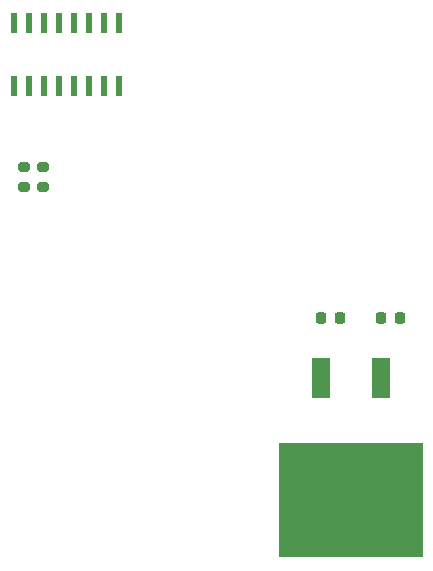
<source format=gbp>
%TF.GenerationSoftware,KiCad,Pcbnew,7.0.7*%
%TF.CreationDate,2023-11-07T21:10:22-05:00*%
%TF.ProjectId,attachmentBoard,61747461-6368-46d6-956e-74426f617264,rev?*%
%TF.SameCoordinates,Original*%
%TF.FileFunction,Paste,Bot*%
%TF.FilePolarity,Positive*%
%FSLAX46Y46*%
G04 Gerber Fmt 4.6, Leading zero omitted, Abs format (unit mm)*
G04 Created by KiCad (PCBNEW 7.0.7) date 2023-11-07 21:10:22*
%MOMM*%
%LPD*%
G01*
G04 APERTURE LIST*
G04 Aperture macros list*
%AMRoundRect*
0 Rectangle with rounded corners*
0 $1 Rounding radius*
0 $2 $3 $4 $5 $6 $7 $8 $9 X,Y pos of 4 corners*
0 Add a 4 corners polygon primitive as box body*
4,1,4,$2,$3,$4,$5,$6,$7,$8,$9,$2,$3,0*
0 Add four circle primitives for the rounded corners*
1,1,$1+$1,$2,$3*
1,1,$1+$1,$4,$5*
1,1,$1+$1,$6,$7*
1,1,$1+$1,$8,$9*
0 Add four rect primitives between the rounded corners*
20,1,$1+$1,$2,$3,$4,$5,0*
20,1,$1+$1,$4,$5,$6,$7,0*
20,1,$1+$1,$6,$7,$8,$9,0*
20,1,$1+$1,$8,$9,$2,$3,0*%
G04 Aperture macros list end*
%ADD10RoundRect,0.200000X0.275000X-0.200000X0.275000X0.200000X-0.275000X0.200000X-0.275000X-0.200000X0*%
%ADD11R,1.600000X3.500000*%
%ADD12R,12.200000X9.750000*%
%ADD13RoundRect,0.225000X-0.225000X-0.250000X0.225000X-0.250000X0.225000X0.250000X-0.225000X0.250000X0*%
%ADD14R,0.558800X1.701800*%
G04 APERTURE END LIST*
D10*
%TO.C,R5*%
X139825000Y-53330000D03*
X139825000Y-51680000D03*
%TD*%
D11*
%TO.C,IC1*%
X163410000Y-69580000D03*
D12*
X165950000Y-79856000D03*
D11*
X168490000Y-69580000D03*
%TD*%
D13*
%TO.C,C2*%
X163440000Y-64505000D03*
X164990000Y-64505000D03*
%TD*%
D10*
%TO.C,R4*%
X138235000Y-53330000D03*
X138235000Y-51680000D03*
%TD*%
D14*
%TO.C,SW1*%
X137376100Y-39495100D03*
X138646100Y-39495100D03*
X139916100Y-39495100D03*
X141186100Y-39495100D03*
X142456100Y-39495100D03*
X143726100Y-39495100D03*
X144996100Y-39495100D03*
X146266100Y-39495100D03*
X146266100Y-44803700D03*
X144996100Y-44803700D03*
X143726100Y-44803700D03*
X142456100Y-44803700D03*
X141186100Y-44803700D03*
X139916100Y-44803700D03*
X138646100Y-44803700D03*
X137376100Y-44803700D03*
%TD*%
D13*
%TO.C,C3*%
X168510000Y-64485000D03*
X170060000Y-64485000D03*
%TD*%
M02*

</source>
